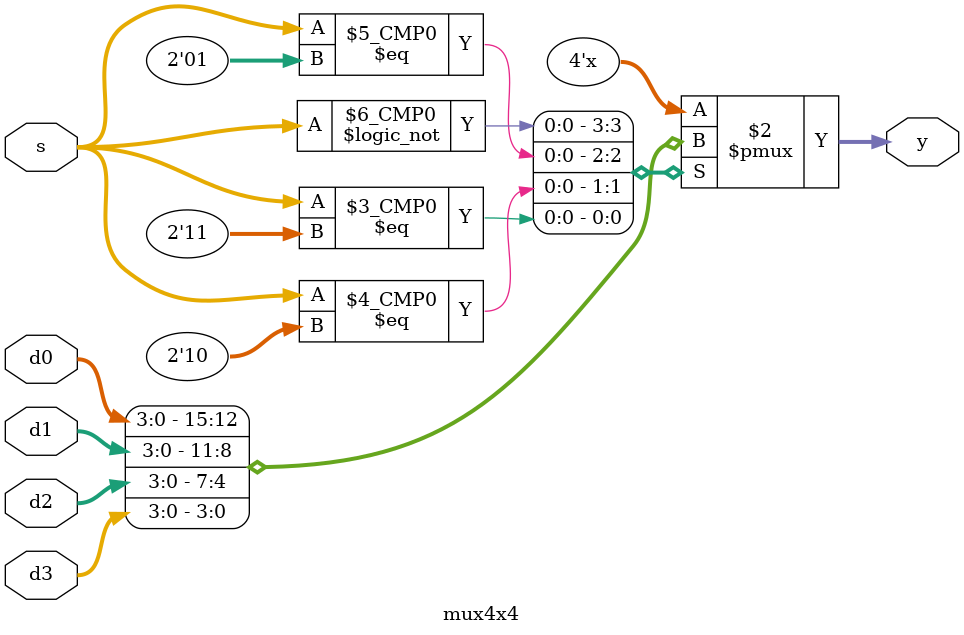
<source format=v>
module mux4x4 (
	input [3:0] d0,
	input [3:0] d1,
	input [3:0] d2,
	input [3:0] d3,
	input [1:0] s,
	output reg [3:0] y
	);
	always @(*)
		case (s)
			0: y = d0;
			1: y = d1;
			2: y = d2;
			3: y = d3;
		endcase
endmodule
</source>
